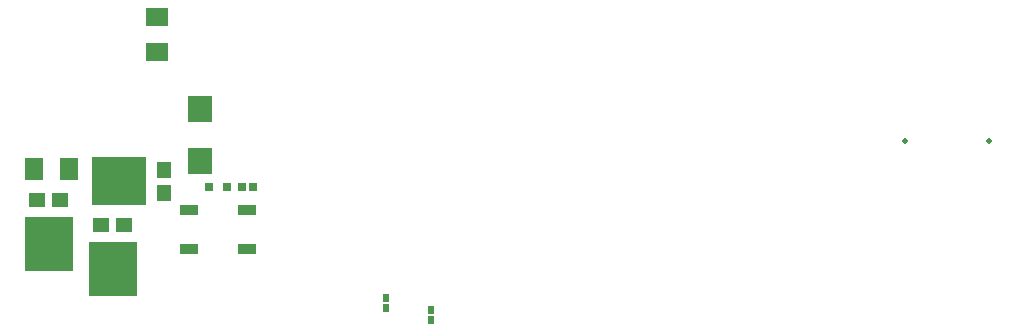
<source format=gbp>
G04*
G04 #@! TF.GenerationSoftware,Altium Limited,Altium Designer,21.9.1 (22)*
G04*
G04 Layer_Color=128*
%FSLAX25Y25*%
%MOIN*%
G70*
G04*
G04 #@! TF.SameCoordinates,0117AAAF-D9DE-4E7C-9EE2-768E1E6B8B60*
G04*
G04*
G04 #@! TF.FilePolarity,Positive*
G04*
G01*
G75*
%ADD22R,0.02756X0.02559*%
%ADD32R,0.02441X0.02598*%
%ADD48R,0.05906X0.03543*%
%ADD60R,0.06102X0.07480*%
%ADD72R,0.07480X0.06102*%
%ADD182C,0.02000*%
%ADD184R,0.03150X0.03150*%
%ADD185R,0.08465X0.08661*%
%ADD186R,0.18307X0.16339*%
%ADD187R,0.04528X0.05709*%
%ADD188R,0.05709X0.04528*%
%ADD189R,0.16339X0.18307*%
D22*
X81740Y-62000D02*
D03*
X78000D02*
D03*
D32*
X126000Y-102232D02*
D03*
Y-98768D02*
D03*
X141000Y-106232D02*
D03*
Y-102768D02*
D03*
D48*
X60354Y-82496D02*
D03*
Y-69504D02*
D03*
X79646D02*
D03*
Y-82496D02*
D03*
D60*
X20307Y-56000D02*
D03*
X8693D02*
D03*
D72*
X49500Y-16807D02*
D03*
Y-5193D02*
D03*
D182*
X299059Y-46595D02*
D03*
X327059D02*
D03*
D184*
X67047Y-62000D02*
D03*
X72953D02*
D03*
D185*
X64000Y-53161D02*
D03*
Y-35839D02*
D03*
D186*
X37063Y-60000D02*
D03*
D187*
X51827Y-56122D02*
D03*
Y-63878D02*
D03*
D188*
X38756Y-74500D02*
D03*
X31000D02*
D03*
X17378Y-66173D02*
D03*
X9622D02*
D03*
D189*
X34878Y-89264D02*
D03*
X13500Y-80937D02*
D03*
M02*

</source>
